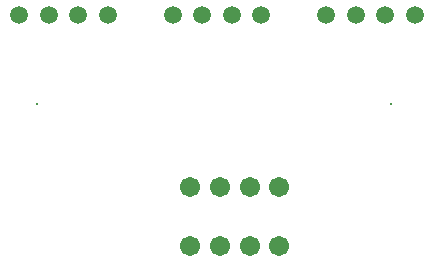
<source format=gbr>
%TF.GenerationSoftware,Altium Limited,Altium Designer,23.3.1 (30)*%
G04 Layer_Color=8388736*
%FSLAX43Y43*%
%MOMM*%
%TF.SameCoordinates,FBF7E1D4-C1B8-4771-B9F0-462779BE4FB5*%
%TF.FilePolarity,Negative*%
%TF.FileFunction,Soldermask,Top*%
%TF.Part,Single*%
G01*
G75*
%TA.AperFunction,ViaPad*%
%ADD13C,0.203*%
%TA.AperFunction,ComponentPad*%
%ADD14C,1.503*%
%ADD15C,1.703*%
D13*
X3500Y15000D02*
D03*
X33500D02*
D03*
D14*
X35500Y22500D02*
D03*
X33000D02*
D03*
X30500D02*
D03*
X28000D02*
D03*
X22500D02*
D03*
X20000D02*
D03*
X17500D02*
D03*
X15000D02*
D03*
X9500D02*
D03*
X7000D02*
D03*
X4500D02*
D03*
X2000D02*
D03*
D15*
X24000Y8000D02*
D03*
X21500D02*
D03*
X19000D02*
D03*
X16500D02*
D03*
X24000Y3000D02*
D03*
X21500D02*
D03*
X19000D02*
D03*
X16500D02*
D03*
%TF.MD5,9364bf58c63b3e75392abe6d618338b6*%
M02*

</source>
